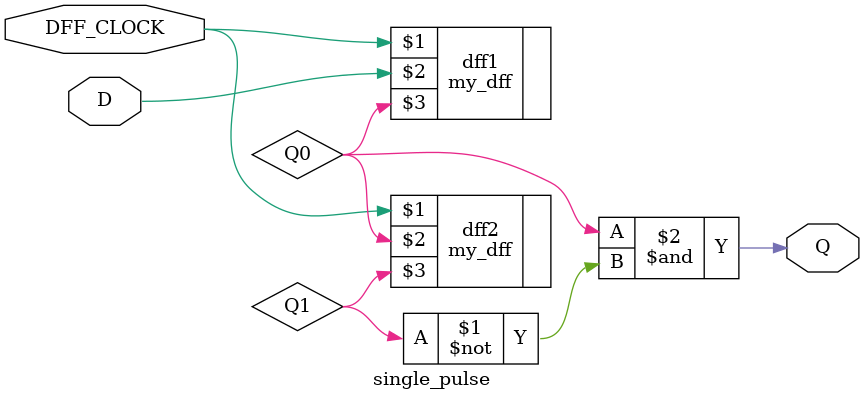
<source format=v>
`timescale 1ns / 1ps

module single_pulse(input DFF_CLOCK, D, output Q);
    
    wire Q0, Q1;
    
    my_dff dff1(DFF_CLOCK, D, Q0);
    my_dff dff2(DFF_CLOCK, Q0, Q1);
    
    assign Q = Q0 & ~Q1;
    
endmodule

</source>
